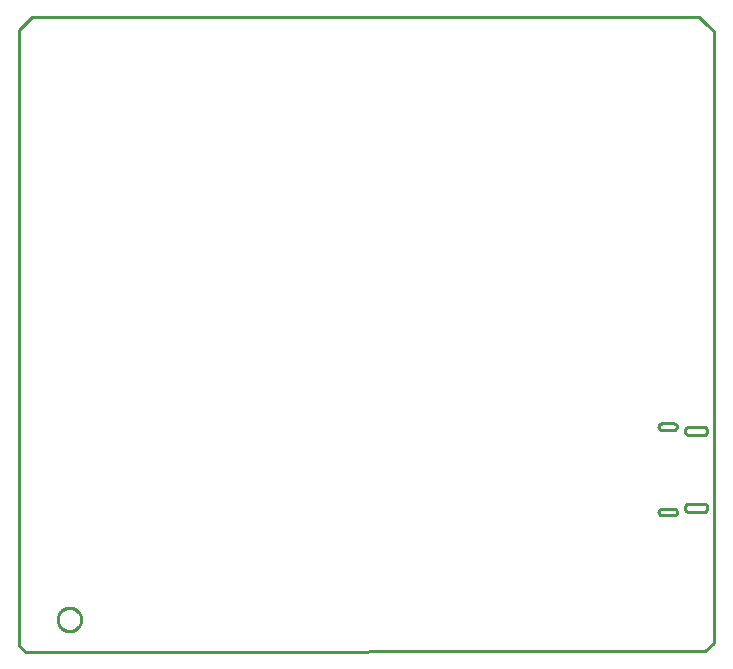
<source format=gbr>
G04 EAGLE Gerber RS-274X export*
G75*
%MOMM*%
%FSLAX34Y34*%
%LPD*%
%IN*%
%IPPOS*%
%AMOC8*
5,1,8,0,0,1.08239X$1,22.5*%
G01*
%ADD10C,0.254000*%


D10*
X-607060Y18034D02*
X-601218Y13462D01*
X-26162Y13970D01*
X-18796Y21082D01*
X-18796Y538482D01*
X-24386Y544324D01*
X-31496Y550672D01*
X-595630Y550672D01*
X-607060Y539750D01*
X-607060Y18034D01*
X-65582Y203790D02*
X-65571Y203546D01*
X-65539Y203304D01*
X-65487Y203065D01*
X-65413Y202832D01*
X-65320Y202607D01*
X-65207Y202390D01*
X-65076Y202184D01*
X-64927Y201990D01*
X-64762Y201810D01*
X-64582Y201645D01*
X-64388Y201496D01*
X-64182Y201365D01*
X-63965Y201252D01*
X-63740Y201159D01*
X-63507Y201085D01*
X-63268Y201033D01*
X-63026Y201001D01*
X-62782Y200990D01*
X-52782Y200990D01*
X-52538Y201001D01*
X-52296Y201033D01*
X-52057Y201085D01*
X-51824Y201159D01*
X-51599Y201252D01*
X-51382Y201365D01*
X-51176Y201496D01*
X-50982Y201645D01*
X-50802Y201810D01*
X-50637Y201990D01*
X-50488Y202184D01*
X-50357Y202390D01*
X-50244Y202607D01*
X-50151Y202832D01*
X-50077Y203065D01*
X-50025Y203304D01*
X-49993Y203546D01*
X-49982Y203790D01*
X-49993Y204034D01*
X-50025Y204276D01*
X-50077Y204515D01*
X-50151Y204748D01*
X-50244Y204973D01*
X-50357Y205190D01*
X-50488Y205396D01*
X-50637Y205590D01*
X-50802Y205770D01*
X-50982Y205935D01*
X-51176Y206084D01*
X-51382Y206215D01*
X-51599Y206328D01*
X-51824Y206421D01*
X-52057Y206495D01*
X-52296Y206547D01*
X-52538Y206579D01*
X-52782Y206590D01*
X-62782Y206590D01*
X-63026Y206579D01*
X-63268Y206547D01*
X-63507Y206495D01*
X-63740Y206421D01*
X-63965Y206328D01*
X-64182Y206215D01*
X-64388Y206084D01*
X-64582Y205935D01*
X-64762Y205770D01*
X-64927Y205590D01*
X-65076Y205396D01*
X-65207Y205190D01*
X-65320Y204973D01*
X-65413Y204748D01*
X-65487Y204515D01*
X-65539Y204276D01*
X-65571Y204034D01*
X-65582Y203790D01*
X-65582Y131490D02*
X-65571Y131246D01*
X-65539Y131004D01*
X-65487Y130765D01*
X-65413Y130532D01*
X-65320Y130307D01*
X-65207Y130090D01*
X-65076Y129884D01*
X-64927Y129690D01*
X-64762Y129510D01*
X-64582Y129345D01*
X-64388Y129196D01*
X-64182Y129065D01*
X-63965Y128952D01*
X-63740Y128859D01*
X-63507Y128785D01*
X-63268Y128733D01*
X-63026Y128701D01*
X-62782Y128690D01*
X-52782Y128690D01*
X-52538Y128701D01*
X-52296Y128733D01*
X-52057Y128785D01*
X-51824Y128859D01*
X-51599Y128952D01*
X-51382Y129065D01*
X-51176Y129196D01*
X-50982Y129345D01*
X-50802Y129510D01*
X-50637Y129690D01*
X-50488Y129884D01*
X-50357Y130090D01*
X-50244Y130307D01*
X-50151Y130532D01*
X-50077Y130765D01*
X-50025Y131004D01*
X-49993Y131246D01*
X-49982Y131490D01*
X-49993Y131734D01*
X-50025Y131976D01*
X-50077Y132215D01*
X-50151Y132448D01*
X-50244Y132673D01*
X-50357Y132890D01*
X-50488Y133096D01*
X-50637Y133290D01*
X-50802Y133470D01*
X-50982Y133635D01*
X-51176Y133784D01*
X-51382Y133915D01*
X-51599Y134028D01*
X-51824Y134121D01*
X-52057Y134195D01*
X-52296Y134247D01*
X-52538Y134279D01*
X-52782Y134290D01*
X-62782Y134290D01*
X-63026Y134279D01*
X-63268Y134247D01*
X-63507Y134195D01*
X-63740Y134121D01*
X-63965Y134028D01*
X-64182Y133915D01*
X-64388Y133784D01*
X-64582Y133635D01*
X-64762Y133470D01*
X-64927Y133290D01*
X-65076Y133096D01*
X-65207Y132890D01*
X-65320Y132673D01*
X-65413Y132448D01*
X-65487Y132215D01*
X-65539Y131976D01*
X-65571Y131734D01*
X-65582Y131490D01*
X-43382Y200140D02*
X-43364Y199831D01*
X-43319Y199524D01*
X-43248Y199223D01*
X-43151Y198929D01*
X-43028Y198644D01*
X-42881Y198372D01*
X-42711Y198113D01*
X-42519Y197870D01*
X-42307Y197644D01*
X-42076Y197438D01*
X-41827Y197253D01*
X-41564Y197091D01*
X-41287Y196951D01*
X-40999Y196837D01*
X-40703Y196748D01*
X-40399Y196685D01*
X-40092Y196649D01*
X-39782Y196640D01*
X-27782Y196640D01*
X-27472Y196649D01*
X-27165Y196685D01*
X-26862Y196748D01*
X-26565Y196837D01*
X-26277Y196951D01*
X-26000Y197091D01*
X-25737Y197253D01*
X-25488Y197438D01*
X-25257Y197644D01*
X-25045Y197870D01*
X-24853Y198113D01*
X-24683Y198372D01*
X-24536Y198644D01*
X-24413Y198929D01*
X-24316Y199223D01*
X-24245Y199524D01*
X-24200Y199831D01*
X-24182Y200140D01*
X-24196Y200454D01*
X-24237Y200765D01*
X-24305Y201072D01*
X-24399Y201371D01*
X-24519Y201661D01*
X-24664Y201940D01*
X-24833Y202205D01*
X-25024Y202454D01*
X-25236Y202686D01*
X-25468Y202898D01*
X-25717Y203089D01*
X-25982Y203258D01*
X-26261Y203403D01*
X-26551Y203523D01*
X-26850Y203617D01*
X-27157Y203685D01*
X-27468Y203726D01*
X-27782Y203740D01*
X-39782Y203740D01*
X-40096Y203726D01*
X-40407Y203685D01*
X-40714Y203617D01*
X-41013Y203523D01*
X-41303Y203403D01*
X-41582Y203258D01*
X-41847Y203089D01*
X-42096Y202898D01*
X-42328Y202686D01*
X-42540Y202454D01*
X-42731Y202205D01*
X-42900Y201940D01*
X-43045Y201661D01*
X-43165Y201371D01*
X-43259Y201072D01*
X-43327Y200765D01*
X-43368Y200454D01*
X-43382Y200140D01*
X-43382Y135140D02*
X-43368Y134826D01*
X-43327Y134515D01*
X-43259Y134208D01*
X-43165Y133909D01*
X-43045Y133619D01*
X-42900Y133340D01*
X-42731Y133075D01*
X-42540Y132826D01*
X-42328Y132594D01*
X-42096Y132382D01*
X-41847Y132191D01*
X-41582Y132022D01*
X-41303Y131877D01*
X-41013Y131757D01*
X-40714Y131663D01*
X-40407Y131595D01*
X-40096Y131554D01*
X-39782Y131540D01*
X-27782Y131540D01*
X-27468Y131554D01*
X-27157Y131595D01*
X-26850Y131663D01*
X-26551Y131757D01*
X-26261Y131877D01*
X-25982Y132022D01*
X-25717Y132191D01*
X-25468Y132382D01*
X-25236Y132594D01*
X-25024Y132826D01*
X-24833Y133075D01*
X-24664Y133340D01*
X-24519Y133619D01*
X-24399Y133909D01*
X-24305Y134208D01*
X-24237Y134515D01*
X-24196Y134826D01*
X-24182Y135140D01*
X-24200Y135449D01*
X-24245Y135756D01*
X-24316Y136057D01*
X-24413Y136351D01*
X-24536Y136636D01*
X-24683Y136908D01*
X-24853Y137167D01*
X-25045Y137410D01*
X-25257Y137636D01*
X-25488Y137842D01*
X-25737Y138027D01*
X-26000Y138189D01*
X-26277Y138329D01*
X-26565Y138443D01*
X-26862Y138532D01*
X-27165Y138595D01*
X-27472Y138631D01*
X-27782Y138640D01*
X-39782Y138640D01*
X-40092Y138631D01*
X-40399Y138595D01*
X-40703Y138532D01*
X-40999Y138443D01*
X-41287Y138329D01*
X-41564Y138189D01*
X-41827Y138027D01*
X-42076Y137842D01*
X-42307Y137636D01*
X-42519Y137410D01*
X-42711Y137167D01*
X-42881Y136908D01*
X-43028Y136636D01*
X-43151Y136351D01*
X-43248Y136057D01*
X-43319Y135756D01*
X-43364Y135449D01*
X-43382Y135140D01*
X-554488Y41098D02*
X-554563Y41959D01*
X-554713Y42811D01*
X-554937Y43646D01*
X-555233Y44458D01*
X-555598Y45242D01*
X-556030Y45990D01*
X-556526Y46698D01*
X-557082Y47361D01*
X-557693Y47972D01*
X-558356Y48528D01*
X-559064Y49024D01*
X-559812Y49456D01*
X-560596Y49821D01*
X-561408Y50117D01*
X-562243Y50341D01*
X-563095Y50491D01*
X-563956Y50566D01*
X-564820Y50566D01*
X-565681Y50491D01*
X-566533Y50341D01*
X-567368Y50117D01*
X-568180Y49821D01*
X-568964Y49456D01*
X-569712Y49024D01*
X-570420Y48528D01*
X-571083Y47972D01*
X-571694Y47361D01*
X-572250Y46698D01*
X-572746Y45990D01*
X-573178Y45242D01*
X-573543Y44458D01*
X-573839Y43646D01*
X-574063Y42811D01*
X-574213Y41959D01*
X-574288Y41098D01*
X-574288Y40234D01*
X-574213Y39373D01*
X-574063Y38521D01*
X-573839Y37686D01*
X-573543Y36874D01*
X-573178Y36090D01*
X-572746Y35342D01*
X-572250Y34634D01*
X-571694Y33971D01*
X-571083Y33360D01*
X-570420Y32804D01*
X-569712Y32308D01*
X-568964Y31876D01*
X-568180Y31511D01*
X-567368Y31215D01*
X-566533Y30991D01*
X-565681Y30841D01*
X-564820Y30766D01*
X-563956Y30766D01*
X-563095Y30841D01*
X-562243Y30991D01*
X-561408Y31215D01*
X-560596Y31511D01*
X-559812Y31876D01*
X-559064Y32308D01*
X-558356Y32804D01*
X-557693Y33360D01*
X-557082Y33971D01*
X-556526Y34634D01*
X-556030Y35342D01*
X-555598Y36090D01*
X-555233Y36874D01*
X-554937Y37686D01*
X-554713Y38521D01*
X-554563Y39373D01*
X-554488Y40234D01*
X-554488Y41098D01*
M02*

</source>
